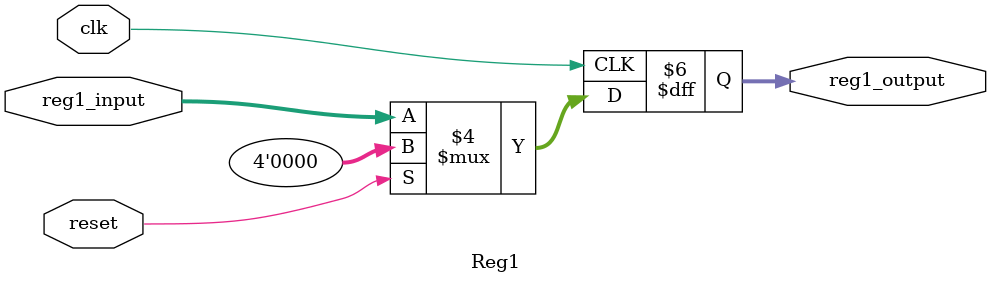
<source format=v>
module Reg1 #(
    parameter W = 4 // default 4-bit data
)
(
    input              clk,
    input              reset,
    input  [W-1:0]      reg1_input,
    output reg [W-1:0]  reg1_output
);
initial begin
	reg1_output <= {W{1'b0}};
end
always @(posedge clk) begin
    if (reset)
        reg1_output <= {W{1'b0}};
    else
        reg1_output <= reg1_input;
end

endmodule

</source>
